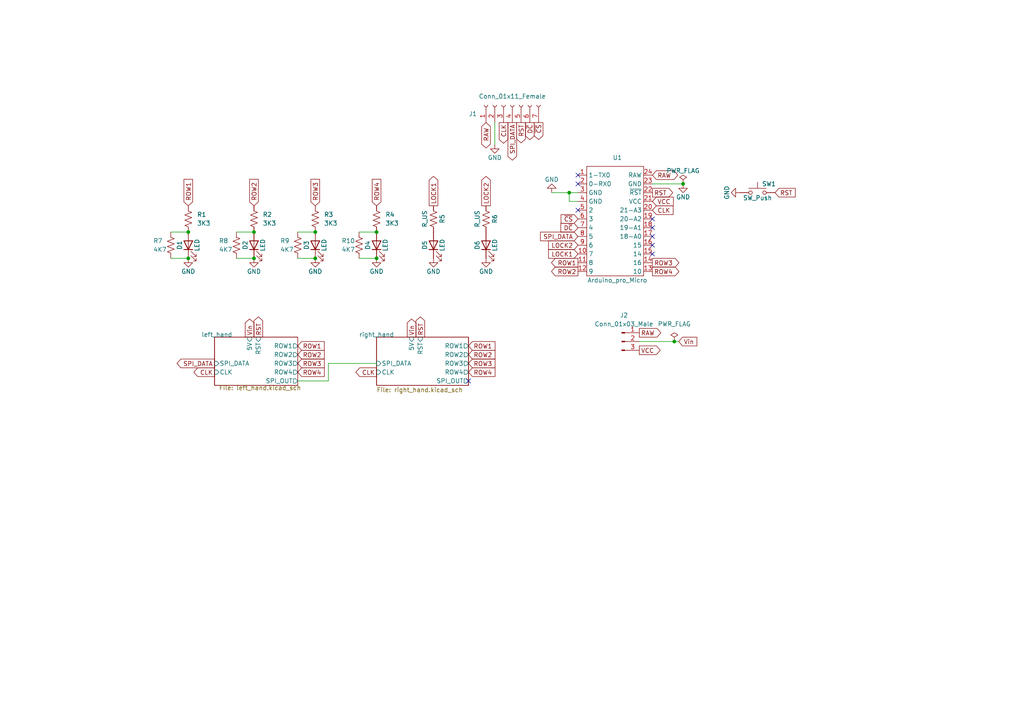
<source format=kicad_sch>
(kicad_sch (version 20211123) (generator eeschema)
  (paper "A4")
  (lib_symbols
    (symbol "Connector:Conn_01x03_Male" (pin_names (offset 1.016) hide)
      (property "Reference" "J" (at 0 5.08 0))
      (property "Value" "Conn_01x03_Male" (at 0 -5.08 0))
      (symbol "Conn_01x03_Male_1_1"
        (polyline (pts (xy 1.27 -2.54) (xy 0.8636 -2.54)) (stroke (width 0.1524)))
        (polyline (pts (xy 1.27 0) (xy 0.8636 0)) (stroke (width 0.1524)))
        (polyline (pts (xy 1.27 2.54) (xy 0.8636 2.54)) (stroke (width 0.1524)))
        (rectangle (start 0.8636 -2.413) (end 0 -2.667) (stroke (width 0.1524)) (fill (type outline)))
        (rectangle (start 0.8636 0.127) (end 0 -0.127) (stroke (width 0.1524)) (fill (type outline)))
        (rectangle (start 0.8636 2.667) (end 0 2.413) (stroke (width 0.1524)) (fill (type outline)))
        (pin passive line (at 5.08 2.54 180) (length 3.81) (name "Pin_1") (number "1"))
        (pin passive line (at 5.08 0 180) (length 3.81) (name "Pin_2") (number "2"))
        (pin passive line (at 5.08 -2.54 180) (length 3.81) (name "Pin_3") (number "3"))
      )
    )
    (symbol "Connector:Conn_01x07_Female" (pin_names (offset 1.016) hide)
      (property "Reference" "J" (at 0 10.16 0))
      (property "Value" "Conn_01x07_Female" (at 0 -10.16 0))
      (symbol "Conn_01x07_Female_1_1"
        (arc (start 0 -7.112) (mid -0.508 -7.62) (end 0 -8.128) (stroke (width 0.1524)))
        (arc (start 0 -4.572) (mid -0.508 -5.08) (end 0 -5.588) (stroke (width 0.1524)))
        (arc (start 0 -2.032) (mid -0.508 -2.54) (end 0 -3.048) (stroke (width 0.1524)))
        (polyline (pts (xy -1.27 -7.62) (xy -0.508 -7.62)) (stroke (width 0.1524)))
        (polyline (pts (xy -1.27 -5.08) (xy -0.508 -5.08)) (stroke (width 0.1524)))
        (polyline (pts (xy -1.27 -2.54) (xy -0.508 -2.54)) (stroke (width 0.1524)))
        (polyline (pts (xy -1.27 0) (xy -0.508 0)) (stroke (width 0.1524)))
        (polyline (pts (xy -1.27 2.54) (xy -0.508 2.54)) (stroke (width 0.1524)))
        (polyline (pts (xy -1.27 5.08) (xy -0.508 5.08)) (stroke (width 0.1524)))
        (polyline (pts (xy -1.27 7.62) (xy -0.508 7.62)) (stroke (width 0.1524)))
        (arc (start 0 0.508) (mid -0.508 0) (end 0 -0.508) (stroke (width 0.1524)))
        (arc (start 0 3.048) (mid -0.508 2.54) (end 0 2.032) (stroke (width 0.1524)))
        (arc (start 0 5.588) (mid -0.508 5.08) (end 0 4.572) (stroke (width 0.1524)))
        (arc (start 0 8.128) (mid -0.508 7.62) (end 0 7.112) (stroke (width 0.1524)))
        (pin passive line (at -5.08 7.62 0) (length 3.81) (name "Pin_1") (number "1"))
        (pin passive line (at -5.08 5.08 0) (length 3.81) (name "Pin_2") (number "2"))
        (pin passive line (at -5.08 2.54 0) (length 3.81) (name "Pin_3") (number "3"))
        (pin passive line (at -5.08 0 0) (length 3.81) (name "Pin_4") (number "4"))
        (pin passive line (at -5.08 -2.54 0) (length 3.81) (name "Pin_5") (number "5"))
        (pin passive line (at -5.08 -5.08 0) (length 3.81) (name "Pin_6") (number "6"))
        (pin passive line (at -5.08 -7.62 0) (length 3.81) (name "Pin_7") (number "7"))
      )
    )
    (symbol "Device:LED" (pin_numbers hide) (pin_names (offset 1.016) hide)
      (property "Reference" "D" (at 0 2.54 0))
      (property "Value" "LED" (at 0 -2.54 0))
      (symbol "LED_0_1"
        (polyline (pts (xy -1.27 -1.27) (xy -1.27 1.27)) (stroke (width 0.254)))
        (polyline (pts (xy -1.27 0) (xy 1.27 0)))
        (polyline (pts (xy 1.27 -1.27) (xy 1.27 1.27) (xy -1.27 0) (xy 1.27 -1.27)) (stroke (width 0.254)))
        (polyline (pts (xy -3.048 -0.762) (xy -4.572 -2.286) (xy -3.81 -2.286) (xy -4.572 -2.286) (xy -4.572 -1.524)))
        (polyline (pts (xy -1.778 -0.762) (xy -3.302 -2.286) (xy -2.54 -2.286) (xy -3.302 -2.286) (xy -3.302 -1.524)))
      )
      (symbol "LED_1_1"
        (pin passive line (at -3.81 0 0) (length 2.54) (name "K") (number "1"))
        (pin passive line (at 3.81 0 180) (length 2.54) (name "A") (number "2"))
      )
    )
    (symbol "Device:R_US" (pin_numbers hide) (pin_names (offset 0))
      (property "Reference" "R" (at 2.54 0 90))
      (property "Value" "R_US" (at -2.54 0 90))
      (symbol "R_US_0_1"
        (polyline (pts (xy 0 -2.286) (xy 0 -2.54)))
        (polyline (pts (xy 0 2.286) (xy 0 2.54)))
        (polyline (pts (xy 0 -0.762) (xy 1.016 -1.143) (xy 0 -1.524) (xy -1.016 -1.905) (xy 0 -2.286)))
        (polyline (pts (xy 0 0.762) (xy 1.016 0.381) (xy 0 0) (xy -1.016 -0.381) (xy 0 -0.762)))
        (polyline (pts (xy 0 2.286) (xy 1.016 1.905) (xy 0 1.524) (xy -1.016 1.143) (xy 0 0.762)))
      )
      (symbol "R_US_1_1"
        (pin passive line (at 0 3.81 270) (length 1.27) (name "~") (number "1"))
        (pin passive line (at 0 -3.81 90) (length 1.27) (name "~") (number "2"))
      )
    )
    (symbol "Keyboard:Arduino_pro_Micro"
      (property "Reference" "U" (at 0 19.05 0))
      (property "Value" "Arduino_pro_Micro" (at 0 -16.51 0))
      (symbol "Arduino_pro_Micro_0_1"
        (polyline (pts (xy -8.89 16.51) (xy 7.62 16.51) (xy 7.62 -15.24) (xy -8.89 -15.24) (xy -8.89 16.51)))
      )
      (symbol "Arduino_pro_Micro_1_1"
        (pin output line (at -11.43 13.97 0) (length 2.54) (name "1-TX0") (number "1"))
        (pin bidirectional line (at -11.43 -8.89 0) (length 2.54) (name "7") (number "10"))
        (pin bidirectional line (at -11.43 -11.43 0) (length 2.54) (name "8") (number "11"))
        (pin bidirectional line (at -11.43 -13.97 0) (length 2.54) (name "9") (number "12"))
        (pin bidirectional line (at 10.16 -13.97 180) (length 2.54) (name "10") (number "13"))
        (pin bidirectional line (at 10.16 -11.43 180) (length 2.54) (name "16") (number "14"))
        (pin bidirectional line (at 10.16 -8.89 180) (length 2.54) (name "14") (number "15"))
        (pin bidirectional line (at 10.16 -6.35 180) (length 2.54) (name "15") (number "16"))
        (pin bidirectional line (at 10.16 -3.81 180) (length 2.54) (name "18-A0") (number "17"))
        (pin bidirectional line (at 10.16 -1.27 180) (length 2.54) (name "19-A1") (number "18"))
        (pin bidirectional line (at 10.16 1.27 180) (length 2.54) (name "20-A2") (number "19"))
        (pin input line (at -11.43 11.43 0) (length 2.54) (name "0-RX0") (number "2"))
        (pin bidirectional line (at 10.16 3.81 180) (length 2.54) (name "21-A3") (number "20"))
        (pin power_out line (at 10.16 6.35 180) (length 2.54) (name "VCC") (number "21"))
        (pin input line (at 10.16 8.89 180) (length 2.54) (name "~{RST}") (number "22"))
        (pin power_in line (at 10.16 11.43 180) (length 2.54) (name "GND") (number "23"))
        (pin power_out line (at 10.16 13.97 180) (length 2.54) (name "RAW") (number "24"))
        (pin power_in line (at -11.43 8.89 0) (length 2.54) (name "GND") (number "3"))
        (pin power_in line (at -11.43 6.35 0) (length 2.54) (name "GND") (number "4"))
        (pin bidirectional line (at -11.43 3.81 0) (length 2.54) (name "2") (number "5"))
        (pin bidirectional line (at -11.43 1.27 0) (length 2.54) (name "3") (number "6"))
        (pin bidirectional line (at -11.43 -1.27 0) (length 2.54) (name "4") (number "7"))
        (pin bidirectional line (at -11.43 -3.81 0) (length 2.54) (name "5") (number "8"))
        (pin bidirectional line (at -11.43 -6.35 0) (length 2.54) (name "6") (number "9"))
      )
    )
    (symbol "Switch:SW_Push" (pin_numbers hide) (pin_names (offset 1.016) hide)
      (property "Reference" "SW" (at 1.27 2.54 0))
      (property "Value" "SW_Push" (at 0 -1.524 0))
      (symbol "SW_Push_0_1"
        (circle (center -2.032 0) (radius 0.508))
        (polyline (pts (xy 0 1.27) (xy 0 3.048)))
        (polyline (pts (xy 2.54 1.27) (xy -2.54 1.27)))
        (circle (center 2.032 0) (radius 0.508))
        (pin passive line (at -5.08 0 0) (length 2.54) (name "1") (number "1"))
        (pin passive line (at 5.08 0 180) (length 2.54) (name "2") (number "2"))
      )
    )
    (symbol "power:GND" (power) (pin_names (offset 0))
      (property "Value" "GND" (at 0 -3.81 0))
      (symbol "GND_0_1"
        (polyline (pts (xy 0 0) (xy 0 -1.27) (xy 1.27 -1.27) (xy 0 -2.54) (xy -1.27 -1.27) (xy 0 -1.27)))
      )
      (symbol "GND_1_1"
        (pin power_in line (at 0 0 270) (length 0) hide (name "GND") (number "1"))
      )
    )
    (symbol "power:PWR_FLAG" (power) (pin_numbers hide) (pin_names (offset 0) hide)
      (property "Value" "PWR_FLAG" (at 0 3.81 0))
      (symbol "PWR_FLAG_0_0"
        (pin power_out line (at 0 0 90) (length 0) (name "pwr") (number "1"))
      )
      (symbol "PWR_FLAG_0_1"
        (polyline (pts (xy 0 0) (xy 0 1.27) (xy -1.016 1.905) (xy 0 2.54) (xy 1.016 1.905) (xy 0 1.27)))
      )
    )
  )
  (junction (at 109.22 67.31))
  (junction (at 109.22 74.93))
  (junction (at 73.66 74.93))
  (junction (at 54.61 74.93))
  (junction (at 91.44 74.93))
  (junction (at 195.58 99.06))
  (junction (at 198.12 53.34))
  (junction (at 54.61 67.31))
  (junction (at 91.44 67.31))
  (junction (at 73.66 67.31))
  (junction (at 165.1 55.88))
  (no_connect (at 135.89 110.49))
  (no_connect (at 189.23 66.04))
  (no_connect (at 189.23 63.5))
  (no_connect (at 189.23 68.58))
  (no_connect (at 189.23 71.12))
  (no_connect (at 189.23 73.66))
  (no_connect (at 167.64 50.8))
  (no_connect (at 167.64 53.34))
  (no_connect (at 167.64 60.96))
  (wire (pts (xy 167.64 58.42) (xy 165.1 58.42)))
  (wire (pts (xy 86.36 67.31) (xy 91.44 67.31)))
  (wire (pts (xy 68.58 67.31) (xy 73.66 67.31)))
  (wire (pts (xy 160.02 55.88) (xy 165.1 55.88)))
  (wire (pts (xy 86.36 110.49) (xy 95.25 110.49)))
  (wire (pts (xy 68.58 74.93) (xy 73.66 74.93)))
  (wire (pts (xy 195.58 99.06) (xy 185.42 99.06)))
  (wire (pts (xy 165.1 55.88) (xy 167.64 55.88)))
  (wire (pts (xy 95.25 105.41) (xy 109.22 105.41)))
  (wire (pts (xy 49.53 67.31) (xy 54.61 67.31)))
  (wire (pts (xy 49.53 74.93) (xy 54.61 74.93)))
  (wire (pts (xy 143.51 41.91) (xy 143.51 35.56)))
  (wire (pts (xy 104.14 74.93) (xy 109.22 74.93)))
  (wire (pts (xy 196.85 99.06) (xy 195.58 99.06)))
  (wire (pts (xy 165.1 58.42) (xy 165.1 55.88)))
  (wire (pts (xy 104.14 67.31) (xy 109.22 67.31)))
  (wire (pts (xy 95.25 110.49) (xy 95.25 105.41)))
  (wire (pts (xy 189.23 53.34) (xy 198.12 53.34)))
  (wire (pts (xy 86.36 74.93) (xy 91.44 74.93)))
  (global_label "ROW3" (shape output) (at 189.23 76.2 0) (property "Intersheet References" "${INTERSHEET_REFS}" (effects hide)))
  (global_label "RST" (shape output) (at 189.23 55.88 0) (property "Intersheet References" "${INTERSHEET_REFS}" (effects hide)))
  (global_label "ROW4" (shape input) (at 86.36 107.95 0) (property "Intersheet References" "${INTERSHEET_REFS}" (effects hide)))
  (global_label "CLK" (shape output) (at 109.22 107.95 180) (property "Intersheet References" "${INTERSHEET_REFS}" (effects hide)))
  (global_label "VCC" (shape output) (at 185.42 101.6 0) (property "Intersheet References" "${INTERSHEET_REFS}" (effects hide)))
  (global_label "LOCK2" (shape output) (at 140.97 59.69 90) (property "Intersheet References" "${INTERSHEET_REFS}" (effects hide)))
  (global_label "ROW1" (shape output) (at 167.64 76.2 180) (property "Intersheet References" "${INTERSHEET_REFS}" (effects hide)))
  (global_label "D~{C}" (shape input) (at 167.64 66.04 180) (property "Intersheet References" "${INTERSHEET_REFS}" (effects hide)))
  (global_label "ROW2" (shape input) (at 86.36 102.87 0) (property "Intersheet References" "${INTERSHEET_REFS}" (effects hide)))
  (global_label "Vin" (shape output) (at 119.38 97.79 90) (property "Intersheet References" "${INTERSHEET_REFS}" (effects hide)))
  (global_label "ROW3" (shape input) (at 86.36 105.41 0) (property "Intersheet References" "${INTERSHEET_REFS}" (effects hide)))
  (global_label "ROW4" (shape input) (at 109.22 59.69 90) (property "Intersheet References" "${INTERSHEET_REFS}" (effects hide)))
  (global_label "LOCK1" (shape input) (at 167.64 73.66 180) (property "Intersheet References" "${INTERSHEET_REFS}" (effects hide)))
  (global_label "ROW2" (shape output) (at 167.64 78.74 180) (property "Intersheet References" "${INTERSHEET_REFS}" (effects hide)))
  (global_label "ROW3" (shape input) (at 135.89 105.41 0) (property "Intersheet References" "${INTERSHEET_REFS}" (effects hide)))
  (global_label "~{CS}" (shape output) (at 156.21 35.56 270) (property "Intersheet References" "${INTERSHEET_REFS}" (effects hide)))
  (global_label "Vin" (shape output) (at 72.39 97.79 90) (property "Intersheet References" "${INTERSHEET_REFS}" (effects hide)))
  (global_label "RST" (shape output) (at 121.92 97.79 90) (property "Intersheet References" "${INTERSHEET_REFS}" (effects hide)))
  (global_label "SPI_DATA" (shape output) (at 148.59 35.56 270) (property "Intersheet References" "${INTERSHEET_REFS}" (effects hide)))
  (global_label "D~{C}" (shape output) (at 153.67 35.56 270) (property "Intersheet References" "${INTERSHEET_REFS}" (effects hide)))
  (global_label "RAW" (shape bidirectional) (at 140.97 35.56 270) (property "Intersheet References" "${INTERSHEET_REFS}" (effects hide)))
  (global_label "Vin" (shape input) (at 196.85 99.06 0) (property "Intersheet References" "${INTERSHEET_REFS}" (effects hide)))
  (global_label "RST" (shape input) (at 224.79 55.88 0) (property "Intersheet References" "${INTERSHEET_REFS}" (effects hide)))
  (global_label "ROW4" (shape input) (at 135.89 107.95 0) (property "Intersheet References" "${INTERSHEET_REFS}" (effects hide)))
  (global_label "VCC" (shape input) (at 189.23 58.42 0) (property "Intersheet References" "${INTERSHEET_REFS}" (effects hide)))
  (global_label "ROW1" (shape input) (at 54.61 59.69 90) (property "Intersheet References" "${INTERSHEET_REFS}" (effects hide)))
  (global_label "CLK" (shape input) (at 189.23 60.96 0) (property "Intersheet References" "${INTERSHEET_REFS}" (effects hide)))
  (global_label "RAW" (shape bidirectional) (at 189.23 50.8 0) (property "Intersheet References" "${INTERSHEET_REFS}" (effects hide)))
  (global_label "~{CS}" (shape input) (at 167.64 63.5 180) (property "Intersheet References" "${INTERSHEET_REFS}" (effects hide)))
  (global_label "ROW2" (shape input) (at 73.66 59.69 90) (property "Intersheet References" "${INTERSHEET_REFS}" (effects hide)))
  (global_label "RST" (shape output) (at 74.93 97.79 90) (property "Intersheet References" "${INTERSHEET_REFS}" (effects hide)))
  (global_label "RAW" (shape output) (at 185.42 96.52 0) (property "Intersheet References" "${INTERSHEET_REFS}" (effects hide)))
  (global_label "LOCK2" (shape input) (at 167.64 71.12 180) (property "Intersheet References" "${INTERSHEET_REFS}" (effects hide)))
  (global_label "SPI_DATA" (shape output) (at 62.23 105.41 180) (property "Intersheet References" "${INTERSHEET_REFS}" (effects hide)))
  (global_label "CLK" (shape output) (at 62.23 107.95 180) (property "Intersheet References" "${INTERSHEET_REFS}" (effects hide)))
  (global_label "ROW1" (shape input) (at 135.89 100.33 0) (property "Intersheet References" "${INTERSHEET_REFS}" (effects hide)))
  (global_label "ROW4" (shape output) (at 189.23 78.74 0) (property "Intersheet References" "${INTERSHEET_REFS}" (effects hide)))
  (global_label "RST" (shape output) (at 151.13 35.56 270) (property "Intersheet References" "${INTERSHEET_REFS}" (effects hide)))
  (global_label "ROW3" (shape input) (at 91.44 59.69 90) (property "Intersheet References" "${INTERSHEET_REFS}" (effects hide)))
  (global_label "CLK" (shape output) (at 146.05 35.56 270) (property "Intersheet References" "${INTERSHEET_REFS}" (effects hide)))
  (global_label "SPI_DATA" (shape input) (at 167.64 68.58 180) (property "Intersheet References" "${INTERSHEET_REFS}" (effects hide)))
  (global_label "LOCK1" (shape output) (at 125.73 59.69 90) (property "Intersheet References" "${INTERSHEET_REFS}" (effects hide)))
  (global_label "ROW2" (shape input) (at 135.89 102.87 0) (property "Intersheet References" "${INTERSHEET_REFS}" (effects hide)))
  (global_label "ROW1" (shape input) (at 86.36 100.33 0) (property "Intersheet References" "${INTERSHEET_REFS}" (effects hide)))
  (symbol (lib_id "Device:LED") (at 109.22 71.12 90) (unit 1)
    (property "Reference" "D4" (at 106.68 71.12 0))
    (property "Value" "LED" (at 111.76 71.12 0))
    (property "Footprint" "Keyboard:LED_D3.0mm" (effects hide))
  )
  (symbol (lib_id "power:PWR_FLAG") (at 198.12 53.34 0) (unit 1)
    (property "Reference" "#FLG0101" (effects hide))
    (property "Value" "PWR_FLAG" (at 198.12 49.53 0))
  )
  (symbol (lib_id "Device:R_US") (at 140.97 63.5 0) (unit 1)
    (property "Reference" "R6" (at 143.51 63.5 90))
    (property "Value" "R_US" (at 138.43 63.5 90))
    (property "Footprint" "Resistor_THT:R_Axial_DIN0207_L6.3mm_D2.5mm_P7.62mm_Horizontal" (effects hide))
  )
  (symbol (lib_id "Device:LED") (at 140.97 71.12 90) (unit 1)
    (property "Reference" "D6" (at 138.43 71.12 0))
    (property "Value" "LED" (at 143.51 71.12 0))
    (property "Footprint" "Keyboard:LED_D3.0mm" (effects hide))
  )
  (symbol (lib_id "Keyboard:Arduino_pro_Micro") (at 179.07 64.77 0) (unit 1)
    (property "Reference" "U1" (at 179.07 45.72 0))
    (property "Value" "Arduino_pro_Micro" (at 179.07 81.28 0))
    (property "Footprint" "Package_DIP:DIP-24_W15.24mm" (effects hide))
  )
  (symbol (lib_id "Device:R_US") (at 68.58 71.12 0) (unit 1)
    (property "Reference" "R8" (at 63.5 69.85 0) (effects (justify left)))
    (property "Value" "4K7" (at 63.5 72.39 0) (effects (justify left)))
    (property "Footprint" "Resistor_THT:R_Axial_DIN0207_L6.3mm_D2.5mm_P7.62mm_Horizontal" (effects hide))
  )
  (symbol (lib_id "Switch:SW_Push") (at 219.71 55.88 0) (unit 1)
    (property "Reference" "SW1" (at 220.98 53.34 0) (effects (justify left)))
    (property "Value" "SW_Push" (at 219.71 57.404 0))
    (property "Footprint" "Keyboard:DIP-2_P5.08mm" (effects hide))
  )
  (symbol (lib_id "Device:LED") (at 125.73 71.12 90) (unit 1)
    (property "Reference" "D5" (at 123.19 71.12 0))
    (property "Value" "LED" (at 128.27 71.12 0))
    (property "Footprint" "Keyboard:LED_D3.0mm" (effects hide))
  )
  (symbol (lib_id "Device:LED") (at 54.61 71.12 90) (unit 1)
    (property "Reference" "D1" (at 52.07 71.12 0))
    (property "Value" "LED" (at 57.15 71.12 0))
    (property "Footprint" "Keyboard:LED_D3.0mm" (effects hide))
  )
  (symbol (lib_id "power:GND") (at 109.22 74.93 0) (unit 1)
    (property "Reference" "#PWR0101" (effects hide))
    (property "Value" "GND" (at 109.22 78.74 0))
  )
  (symbol (lib_id "Device:LED") (at 73.66 71.12 90) (unit 1)
    (property "Reference" "D2" (at 71.12 71.12 0))
    (property "Value" "LED" (at 76.2 71.12 0))
    (property "Footprint" "Keyboard:LED_D3.0mm" (effects hide))
  )
  (symbol (lib_id "Device:R_US") (at 104.14 71.12 0) (unit 1)
    (property "Reference" "R10" (at 99.06 69.85 0) (effects (justify left)))
    (property "Value" "4K7" (at 99.06 72.39 0) (effects (justify left)))
    (property "Footprint" "Resistor_THT:R_Axial_DIN0207_L6.3mm_D2.5mm_P7.62mm_Horizontal" (effects hide))
  )
  (symbol (lib_id "power:GND") (at 73.66 74.93 0) (unit 1)
    (property "Reference" "#PWR0106" (effects hide))
    (property "Value" "GND" (at 73.66 78.74 0))
  )
  (symbol (lib_id "Device:R_US") (at 49.53 71.12 0) (unit 1)
    (property "Reference" "R7" (at 44.45 69.85 0) (effects (justify left)))
    (property "Value" "4K7" (at 44.45 72.39 0) (effects (justify left)))
    (property "Footprint" "Resistor_THT:R_Axial_DIN0207_L6.3mm_D2.5mm_P7.62mm_Horizontal" (effects hide))
  )
  (symbol (lib_id "power:GND") (at 198.12 53.34 0) (unit 1)
    (property "Reference" "#PWR0103" (effects hide))
    (property "Value" "GND" (at 198.12 57.15 0))
  )
  (symbol (lib_id "Device:R_US") (at 125.73 63.5 0) (unit 1)
    (property "Reference" "R5" (at 128.27 63.5 90))
    (property "Value" "R_US" (at 123.19 63.5 90))
    (property "Footprint" "Resistor_THT:R_Axial_DIN0207_L6.3mm_D2.5mm_P7.62mm_Horizontal" (effects hide))
  )
  (symbol (lib_id "Device:R_US") (at 73.66 63.5 0) (unit 1)
    (property "Reference" "R2" (at 76.2 62.2299 0) (effects (justify left)))
    (property "Value" "3K3" (at 76.2 64.7699 0) (effects (justify left)))
    (property "Footprint" "Resistor_THT:R_Axial_DIN0207_L6.3mm_D2.5mm_P7.62mm_Horizontal" (effects hide))
  )
  (symbol (lib_id "Device:R_US") (at 86.36 71.12 0) (unit 1)
    (property "Reference" "R9" (at 81.28 69.85 0) (effects (justify left)))
    (property "Value" "4K7" (at 81.28 72.39 0) (effects (justify left)))
    (property "Footprint" "Resistor_THT:R_Axial_DIN0207_L6.3mm_D2.5mm_P7.62mm_Horizontal" (effects hide))
  )
  (symbol (lib_id "Device:R_US") (at 91.44 63.5 0) (unit 1)
    (property "Reference" "R3" (at 93.98 62.2299 0) (effects (justify left)))
    (property "Value" "3K3" (at 93.98 64.7699 0) (effects (justify left)))
    (property "Footprint" "Resistor_THT:R_Axial_DIN0207_L6.3mm_D2.5mm_P7.62mm_Horizontal" (effects hide))
  )
  (symbol (lib_id "power:GND") (at 54.61 74.93 0) (unit 1)
    (property "Reference" "#PWR0108" (effects hide))
    (property "Value" "GND" (at 54.61 78.74 0))
  )
  (symbol (lib_id "power:GND") (at 160.02 55.88 180) (unit 1)
    (property "Reference" "#PWR0105" (effects hide))
    (property "Value" "GND" (at 160.02 52.07 0))
  )
  (symbol (lib_id "power:GND") (at 214.63 55.88 270) (unit 1)
    (property "Reference" "#PWR0104" (effects hide))
    (property "Value" "GND" (at 210.82 55.88 0))
  )
  (symbol (lib_id "power:PWR_FLAG") (at 195.58 99.06 0) (unit 1)
    (property "Reference" "#FLG0102" (effects hide))
    (property "Value" "PWR_FLAG" (at 195.58 93.98 0))
  )
  (symbol (lib_id "power:GND") (at 140.97 74.93 0) (unit 1)
    (property "Reference" "#PWR0113" (effects hide))
    (property "Value" "GND" (at 140.97 78.74 0))
  )
  (symbol (lib_id "power:GND") (at 143.51 41.91 0) (unit 1)
    (property "Reference" "#PWR01" (effects hide))
    (property "Value" "GND" (at 143.51 45.72 0))
  )
  (symbol (lib_id "Device:R_US") (at 109.22 63.5 0) (unit 1)
    (property "Reference" "R4" (at 111.76 62.2299 0) (effects (justify left)))
    (property "Value" "3K3" (at 111.76 64.7699 0) (effects (justify left)))
    (property "Footprint" "Resistor_THT:R_Axial_DIN0207_L6.3mm_D2.5mm_P7.62mm_Horizontal" (effects hide))
  )
  (symbol (lib_id "Connector:Conn_01x03_Male") (at 180.34 99.06 0) (unit 1)
    (property "Reference" "J2" (at 180.975 91.44 0))
    (property "Value" "Conn_01x03_Male" (at 180.975 93.98 0))
    (property "Footprint" "Keyboard:PinHeader_01x03" (effects hide))
  )
  (symbol (lib_id "Device:R_US") (at 54.61 63.5 0) (unit 1)
    (property "Reference" "R1" (at 57.15 62.2299 0) (effects (justify left)))
    (property "Value" "3K3" (at 57.15 64.7699 0) (effects (justify left)))
    (property "Footprint" "Resistor_THT:R_Axial_DIN0207_L6.3mm_D2.5mm_P7.62mm_Horizontal" (effects hide))
  )
  (symbol (lib_id "power:GND") (at 91.44 74.93 0) (unit 1)
    (property "Reference" "#PWR0107" (effects hide))
    (property "Value" "GND" (at 91.44 78.74 0))
  )
  (symbol (lib_id "Connector:Conn_01x07_Female") (at 148.59 30.48 90) (unit 1)
    (property "Reference" "J1" (at 137.16 33.02 90))
    (property "Value" "Conn_01x11_Female" (at 148.59 27.94 90))
    (property "Footprint" "Keyboard:PinHeader_01x07" (effects hide))
  )
  (symbol (lib_id "Device:LED") (at 91.44 71.12 90) (unit 1)
    (property "Reference" "D3" (at 88.9 71.12 0))
    (property "Value" "LED" (at 93.98 71.12 0))
    (property "Footprint" "Keyboard:LED_D3.0mm" (effects hide))
  )
  (symbol (lib_id "power:GND") (at 125.73 74.93 0) (unit 1)
    (property "Reference" "#PWR0102" (effects hide))
    (property "Value" "GND" (at 125.73 78.74 0))
  )
  (sheet (at 109.22 97.79) (size 26.67 13.97) (stroke (width 0.1524))
    (property "Sheet name" "right_hand" (at 104.14 97.79 0) (effects (justify left bottom)))
    (property "Sheet file" "right_hand.kicad_sch" (at 109.22 112.3446 0) (effects (justify left top)))
    (pin "ROW4" output (at 135.89 107.95 0))
    (pin "ROW3" output (at 135.89 105.41 0))
    (pin "ROW1" output (at 135.89 100.33 0))
    (pin "ROW2" output (at 135.89 102.87 0))
    (pin "5V" input (at 119.38 97.79 90))
    (pin "SPI_OUT" output (at 135.89 110.49 0))
    (pin "CLK" input (at 109.22 107.95 180))
    (pin "SPI_DATA" input (at 109.22 105.41 180))
    (pin "RST" input (at 121.92 97.79 90))
  )
  (sheet (at 62.23 97.79) (size 24.13 13.97) (stroke (width 0.1524))
    (property "Sheet name" "left_hand" (at 58.42 97.79 0) (effects (justify left bottom)))
    (property "Sheet file" "left_hand.kicad_sch" (at 63.5 111.76 0) (effects (justify left top)))
    (pin "5V" input (at 72.39 97.79 90))
    (pin "CLK" input (at 62.23 107.95 180))
    (pin "RST" input (at 74.93 97.79 90))
    (pin "ROW1" output (at 86.36 100.33 0))
    (pin "ROW2" output (at 86.36 102.87 0))
    (pin "ROW3" output (at 86.36 105.41 0))
    (pin "ROW4" output (at 86.36 107.95 0))
    (pin "SPI_DATA" input (at 62.23 105.41 180))
    (pin "SPI_OUT" output (at 86.36 110.49 0))
  )
)
</source>
